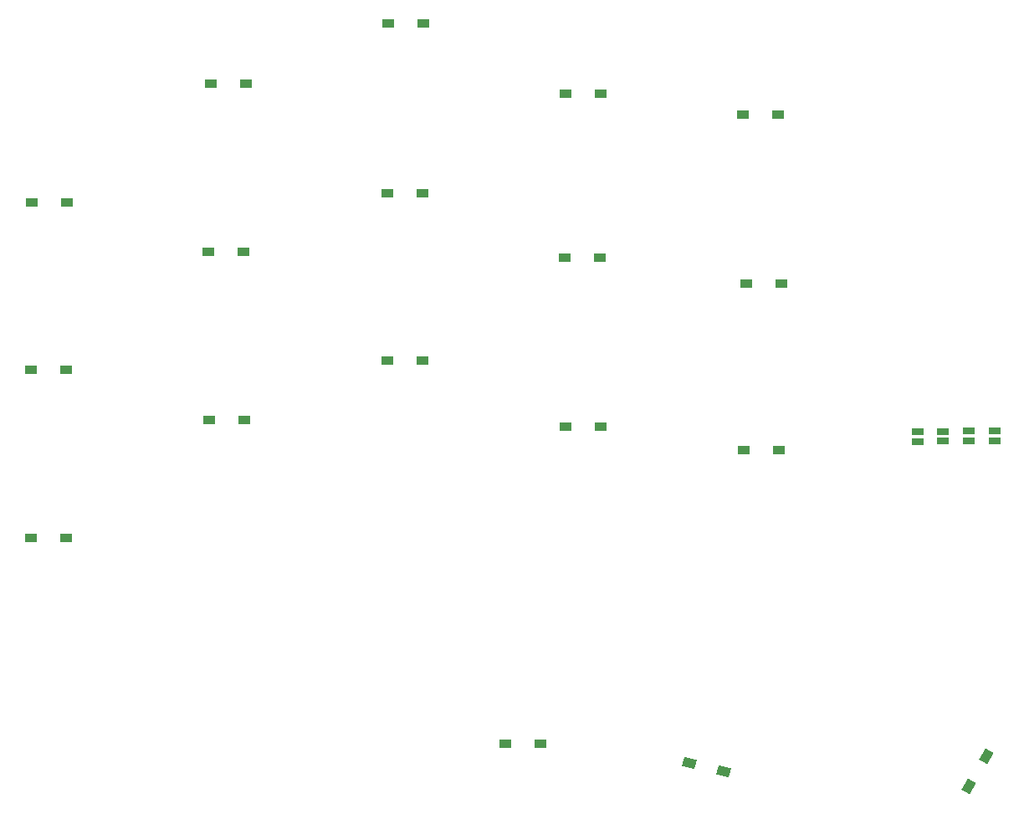
<source format=gtp>
G04 #@! TF.GenerationSoftware,KiCad,Pcbnew,6.99.0-a9ca49a600~144~ubuntu20.04.1*
G04 #@! TF.CreationDate,2021-12-27T10:09:16+02:00*
G04 #@! TF.ProjectId,chocofi,63686f63-6f66-4692-9e6b-696361645f70,2.1*
G04 #@! TF.SameCoordinates,Original*
G04 #@! TF.FileFunction,Paste,Top*
G04 #@! TF.FilePolarity,Positive*
%FSLAX46Y46*%
G04 Gerber Fmt 4.6, Leading zero omitted, Abs format (unit mm)*
G04 Created by KiCad (PCBNEW 6.99.0-a9ca49a600~144~ubuntu20.04.1) date 2021-12-27 10:09:16*
%MOMM*%
%LPD*%
G01*
G04 APERTURE LIST*
G04 Aperture macros list*
%AMRotRect*
0 Rectangle, with rotation*
0 The origin of the aperture is its center*
0 $1 length*
0 $2 width*
0 $3 Rotation angle, in degrees counterclockwise*
0 Add horizontal line*
21,1,$1,$2,0,0,$3*%
G04 Aperture macros list end*
%ADD10R,1.300000X0.950000*%
%ADD11RotRect,1.300000X0.950000X345.000000*%
%ADD12RotRect,1.300000X0.950000X60.000000*%
%ADD13R,1.143000X0.635000*%
G04 APERTURE END LIST*
D10*
X84229400Y-64312800D03*
X87779400Y-64312800D03*
X102314200Y-52273200D03*
X105864200Y-52273200D03*
X120297400Y-46228000D03*
X123847400Y-46228000D03*
X138229800Y-53289200D03*
X141779800Y-53289200D03*
X156213000Y-55422800D03*
X159763000Y-55422800D03*
X84127800Y-81229200D03*
X87677800Y-81229200D03*
X102111000Y-69342000D03*
X105661000Y-69342000D03*
X120195800Y-63347600D03*
X123745800Y-63347600D03*
X138179000Y-69900800D03*
X141729000Y-69900800D03*
X156517800Y-72491600D03*
X160067800Y-72491600D03*
X84127800Y-98247200D03*
X87677800Y-98247200D03*
X102212600Y-86309200D03*
X105762600Y-86309200D03*
X120195800Y-80314800D03*
X123745800Y-80314800D03*
X138280600Y-86969600D03*
X141830600Y-86969600D03*
X156314600Y-89357200D03*
X159864600Y-89357200D03*
X132184600Y-119075200D03*
X135734600Y-119075200D03*
D11*
X150799764Y-121001192D03*
X154228800Y-121920000D03*
D12*
X179070666Y-123432630D03*
X180845666Y-120358240D03*
D13*
X179070000Y-87448020D03*
X179070000Y-88448780D03*
X176470000Y-87468020D03*
X176470000Y-88468780D03*
X173930000Y-87498020D03*
X173930000Y-88498780D03*
X181640000Y-87438420D03*
X181640000Y-88439180D03*
M02*

</source>
